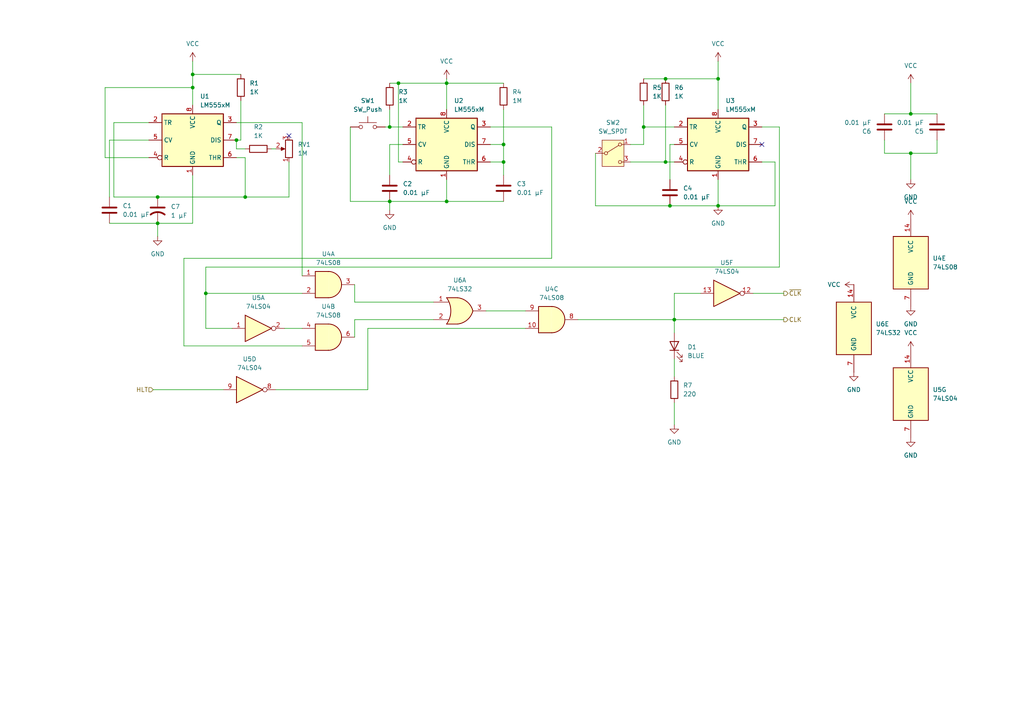
<source format=kicad_sch>
(kicad_sch (version 20250114) (generator "eeschema") (generator_version "9.0")
  (paper "A4")
  (title_block (title "8 bit PC") (date "2025-10-14") (rev "1"))
  (lib_symbols
    (symbol "74xx:74LS04"
      (property "Reference" "U" (at 0 1.27 0))
      (property "Value" "74LS04" (at 0 -1.27 0))
      (symbol "74LS04_1_0"
        (polyline (pts (xy -3.81 3.81) (xy -3.81 -3.81) (xy 3.81 0) (xy -3.81 3.81)) (stroke (width 0.254)) (fill (type background)))
        (pin input line (at -7.62 0 0) (length 3.81) (name "~") (number "1"))
        (pin output inverted (at 7.62 0 180) (length 3.81) (name "~") (number "2"))
      )
      (symbol "74LS04_2_0"
        (polyline (pts (xy -3.81 3.81) (xy -3.81 -3.81) (xy 3.81 0) (xy -3.81 3.81)) (stroke (width 0.254)) (fill (type background)))
        (pin input line (at -7.62 0 0) (length 3.81) (name "~") (number "3"))
        (pin output inverted (at 7.62 0 180) (length 3.81) (name "~") (number "4"))
      )
      (symbol "74LS04_3_0"
        (polyline (pts (xy -3.81 3.81) (xy -3.81 -3.81) (xy 3.81 0) (xy -3.81 3.81)) (stroke (width 0.254)) (fill (type background)))
        (pin input line (at -7.62 0 0) (length 3.81) (name "~") (number "5"))
        (pin output inverted (at 7.62 0 180) (length 3.81) (name "~") (number "6"))
      )
      (symbol "74LS04_4_0"
        (polyline (pts (xy -3.81 3.81) (xy -3.81 -3.81) (xy 3.81 0) (xy -3.81 3.81)) (stroke (width 0.254)) (fill (type background)))
        (pin input line (at -7.62 0 0) (length 3.81) (name "~") (number "9"))
        (pin output inverted (at 7.62 0 180) (length 3.81) (name "~") (number "8"))
      )
      (symbol "74LS04_5_0"
        (polyline (pts (xy -3.81 3.81) (xy -3.81 -3.81) (xy 3.81 0) (xy -3.81 3.81)) (stroke (width 0.254)) (fill (type background)))
        (pin input line (at -7.62 0 0) (length 3.81) (name "~") (number "11"))
        (pin output inverted (at 7.62 0 180) (length 3.81) (name "~") (number "10"))
      )
      (symbol "74LS04_6_0"
        (polyline (pts (xy -3.81 3.81) (xy -3.81 -3.81) (xy 3.81 0) (xy -3.81 3.81)) (stroke (width 0.254)) (fill (type background)))
        (pin input line (at -7.62 0 0) (length 3.81) (name "~") (number "13"))
        (pin output inverted (at 7.62 0 180) (length 3.81) (name "~") (number "12"))
      )
      (symbol "74LS04_7_0"
        (pin power_in line (at 0 12.7 270) (length 5.08) (name "VCC") (number "14"))
        (pin power_in line (at 0 -12.7 90) (length 5.08) (name "GND") (number "7"))
      )
      (symbol "74LS04_7_1"
        (rectangle (start -5.08 7.62) (end 5.08 -7.62) (stroke (width 0.254)) (fill (type background)))
      )
    )
    (symbol "74xx:74LS08" (pin_names (offset 1.016))
      (property "Reference" "U" (at 0 1.27 0))
      (property "Value" "74LS08" (at 0 -1.27 0))
      (symbol "74LS08_1_1"
        (arc (start 0 3.81) (mid 3.7934 0) (end 0 -3.81) (stroke (width 0.254)) (fill (type background)))
        (polyline (pts (xy 0 3.81) (xy -3.81 3.81) (xy -3.81 -3.81) (xy 0 -3.81)) (stroke (width 0.254)) (fill (type background)))
        (pin input line (at -7.62 2.54 0) (length 3.81) (name "~") (number "1"))
        (pin input line (at -7.62 -2.54 0) (length 3.81) (name "~") (number "2"))
        (pin output line (at 7.62 0 180) (length 3.81) (name "~") (number "3"))
      )
      (symbol "74LS08_1_2"
        (arc (start -3.81 3.81) (mid -2.589 0) (end -3.81 -3.81) (stroke (width 0.254)))
        (polyline (pts (xy -3.81 3.81) (xy -0.635 3.81)) (stroke (width 0.254)) (fill (type background)))
        (polyline (pts (xy -3.81 -3.81) (xy -0.635 -3.81)) (stroke (width 0.254)) (fill (type background)))
        (arc (start 3.81 0) (mid 2.1855 -2.584) (end -0.6096 -3.81) (stroke (width 0.254)) (fill (type background)))
        (arc (start -0.6096 3.81) (mid 2.1928 2.5924) (end 3.81 0) (stroke (width 0.254)) (fill (type background)))
        (polyline (pts (xy -0.635 3.81) (xy -3.81 3.81) (xy -3.81 3.81) (xy -3.556 3.4036) (xy -3.0226 2.2606) (xy -2.6924 1.0414) (xy -2.6162 -0.254) (xy -2.7686 -1.4986) (xy -3.175 -2.7178) (xy -3.81 -3.81) (xy -3.81 -3.81) (xy -0.635 -3.81)) (stroke (width -25.4)) (fill (type background)))
        (pin input inverted (at -7.62 2.54 0) (length 4.318) (name "~") (number "1"))
        (pin input inverted (at -7.62 -2.54 0) (length 4.318) (name "~") (number "2"))
        (pin output inverted (at 7.62 0 180) (length 3.81) (name "~") (number "3"))
      )
      (symbol "74LS08_2_1"
        (arc (start 0 3.81) (mid 3.7934 0) (end 0 -3.81) (stroke (width 0.254)) (fill (type background)))
        (polyline (pts (xy 0 3.81) (xy -3.81 3.81) (xy -3.81 -3.81) (xy 0 -3.81)) (stroke (width 0.254)) (fill (type background)))
        (pin input line (at -7.62 2.54 0) (length 3.81) (name "~") (number "4"))
        (pin input line (at -7.62 -2.54 0) (length 3.81) (name "~") (number "5"))
        (pin output line (at 7.62 0 180) (length 3.81) (name "~") (number "6"))
      )
      (symbol "74LS08_2_2"
        (arc (start -3.81 3.81) (mid -2.589 0) (end -3.81 -3.81) (stroke (width 0.254)))
        (polyline (pts (xy -3.81 3.81) (xy -0.635 3.81)) (stroke (width 0.254)) (fill (type background)))
        (polyline (pts (xy -3.81 -3.81) (xy -0.635 -3.81)) (stroke (width 0.254)) (fill (type background)))
        (arc (start 3.81 0) (mid 2.1855 -2.584) (end -0.6096 -3.81) (stroke (width 0.254)) (fill (type background)))
        (arc (start -0.6096 3.81) (mid 2.1928 2.5924) (end 3.81 0) (stroke (width 0.254)) (fill (type background)))
        (polyline (pts (xy -0.635 3.81) (xy -3.81 3.81) (xy -3.81 3.81) (xy -3.556 3.4036) (xy -3.0226 2.2606) (xy -2.6924 1.0414) (xy -2.6162 -0.254) (xy -2.7686 -1.4986) (xy -3.175 -2.7178) (xy -3.81 -3.81) (xy -3.81 -3.81) (xy -0.635 -3.81)) (stroke (width -25.4)) (fill (type background)))
        (pin input inverted (at -7.62 2.54 0) (length 4.318) (name "~") (number "4"))
        (pin input inverted (at -7.62 -2.54 0) (length 4.318) (name "~") (number "5"))
        (pin output inverted (at 7.62 0 180) (length 3.81) (name "~") (number "6"))
      )
      (symbol "74LS08_3_1"
        (arc (start 0 3.81) (mid 3.7934 0) (end 0 -3.81) (stroke (width 0.254)) (fill (type background)))
        (polyline (pts (xy 0 3.81) (xy -3.81 3.81) (xy -3.81 -3.81) (xy 0 -3.81)) (stroke (width 0.254)) (fill (type background)))
        (pin input line (at -7.62 2.54 0) (length 3.81) (name "~") (number "9"))
        (pin input line (at -7.62 -2.54 0) (length 3.81) (name "~") (number "10"))
        (pin output line (at 7.62 0 180) (length 3.81) (name "~") (number "8"))
      )
      (symbol "74LS08_3_2"
        (arc (start -3.81 3.81) (mid -2.589 0) (end -3.81 -3.81) (stroke (width 0.254)))
        (polyline (pts (xy -3.81 3.81) (xy -0.635 3.81)) (stroke (width 0.254)) (fill (type background)))
        (polyline (pts (xy -3.81 -3.81) (xy -0.635 -3.81)) (stroke (width 0.254)) (fill (type background)))
        (arc (start 3.81 0) (mid 2.1855 -2.584) (end -0.6096 -3.81) (stroke (width 0.254)) (fill (type background)))
        (arc (start -0.6096 3.81) (mid 2.1928 2.5924) (end 3.81 0) (stroke (width 0.254)) (fill (type background)))
        (polyline (pts (xy -0.635 3.81) (xy -3.81 3.81) (xy -3.81 3.81) (xy -3.556 3.4036) (xy -3.0226 2.2606) (xy -2.6924 1.0414) (xy -2.6162 -0.254) (xy -2.7686 -1.4986) (xy -3.175 -2.7178) (xy -3.81 -3.81) (xy -3.81 -3.81) (xy -0.635 -3.81)) (stroke (width -25.4)) (fill (type background)))
        (pin input inverted (at -7.62 2.54 0) (length 4.318) (name "~") (number "9"))
        (pin input inverted (at -7.62 -2.54 0) (length 4.318) (name "~") (number "10"))
        (pin output inverted (at 7.62 0 180) (length 3.81) (name "~") (number "8"))
      )
      (symbol "74LS08_4_1"
        (arc (start 0 3.81) (mid 3.7934 0) (end 0 -3.81) (stroke (width 0.254)) (fill (type background)))
        (polyline (pts (xy 0 3.81) (xy -3.81 3.81) (xy -3.81 -3.81) (xy 0 -3.81)) (stroke (width 0.254)) (fill (type background)))
        (pin input line (at -7.62 2.54 0) (length 3.81) (name "~") (number "12"))
        (pin input line (at -7.62 -2.54 0) (length 3.81) (name "~") (number "13"))
        (pin output line (at 7.62 0 180) (length 3.81) (name "~") (number "11"))
      )
      (symbol "74LS08_4_2"
        (arc (start -3.81 3.81) (mid -2.589 0) (end -3.81 -3.81) (stroke (width 0.254)))
        (polyline (pts (xy -3.81 3.81) (xy -0.635 3.81)) (stroke (width 0.254)) (fill (type background)))
        (polyline (pts (xy -3.81 -3.81) (xy -0.635 -3.81)) (stroke (width 0.254)) (fill (type background)))
        (arc (start 3.81 0) (mid 2.1855 -2.584) (end -0.6096 -3.81) (stroke (width 0.254)) (fill (type background)))
        (arc (start -0.6096 3.81) (mid 2.1928 2.5924) (end 3.81 0) (stroke (width 0.254)) (fill (type background)))
        (polyline (pts (xy -0.635 3.81) (xy -3.81 3.81) (xy -3.81 3.81) (xy -3.556 3.4036) (xy -3.0226 2.2606) (xy -2.6924 1.0414) (xy -2.6162 -0.254) (xy -2.7686 -1.4986) (xy -3.175 -2.7178) (xy -3.81 -3.81) (xy -3.81 -3.81) (xy -0.635 -3.81)) (stroke (width -25.4)) (fill (type background)))
        (pin input inverted (at -7.62 2.54 0) (length 4.318) (name "~") (number "12"))
        (pin input inverted (at -7.62 -2.54 0) (length 4.318) (name "~") (number "13"))
        (pin output inverted (at 7.62 0 180) (length 3.81) (name "~") (number "11"))
      )
      (symbol "74LS08_5_0"
        (pin power_in line (at 0 12.7 270) (length 5.08) (name "VCC") (number "14"))
        (pin power_in line (at 0 -12.7 90) (length 5.08) (name "GND") (number "7"))
      )
      (symbol "74LS08_5_1"
        (rectangle (start -5.08 7.62) (end 5.08 -7.62) (stroke (width 0.254)) (fill (type background)))
      )
    )
    (symbol "74xx:74LS32" (pin_names (offset 1.016))
      (property "Reference" "U" (at 0 1.27 0))
      (property "Value" "74LS32" (at 0 -1.27 0))
      (symbol "74LS32_1_1"
        (arc (start -3.81 3.81) (mid -2.589 0) (end -3.81 -3.81) (stroke (width 0.254)))
        (polyline (pts (xy -3.81 3.81) (xy -0.635 3.81)) (stroke (width 0.254)) (fill (type background)))
        (polyline (pts (xy -3.81 -3.81) (xy -0.635 -3.81)) (stroke (width 0.254)) (fill (type background)))
        (arc (start 3.81 0) (mid 2.1855 -2.584) (end -0.6096 -3.81) (stroke (width 0.254)) (fill (type background)))
        (arc (start -0.6096 3.81) (mid 2.1928 2.5924) (end 3.81 0) (stroke (width 0.254)) (fill (type background)))
        (polyline (pts (xy -0.635 3.81) (xy -3.81 3.81) (xy -3.81 3.81) (xy -3.556 3.4036) (xy -3.0226 2.2606) (xy -2.6924 1.0414) (xy -2.6162 -0.254) (xy -2.7686 -1.4986) (xy -3.175 -2.7178) (xy -3.81 -3.81) (xy -3.81 -3.81) (xy -0.635 -3.81)) (stroke (width -25.4)) (fill (type background)))
        (pin input line (at -7.62 2.54 0) (length 4.318) (name "~") (number "1"))
        (pin input line (at -7.62 -2.54 0) (length 4.318) (name "~") (number "2"))
        (pin output line (at 7.62 0 180) (length 3.81) (name "~") (number "3"))
      )
      (symbol "74LS32_1_2"
        (arc (start 0 3.81) (mid 3.7934 0) (end 0 -3.81) (stroke (width 0.254)) (fill (type background)))
        (polyline (pts (xy 0 3.81) (xy -3.81 3.81) (xy -3.81 -3.81) (xy 0 -3.81)) (stroke (width 0.254)) (fill (type background)))
        (pin input inverted (at -7.62 2.54 0) (length 3.81) (name "~") (number "1"))
        (pin input inverted (at -7.62 -2.54 0) (length 3.81) (name "~") (number "2"))
        (pin output inverted (at 7.62 0 180) (length 3.81) (name "~") (number "3"))
      )
      (symbol "74LS32_2_1"
        (arc (start -3.81 3.81) (mid -2.589 0) (end -3.81 -3.81) (stroke (width 0.254)))
        (polyline (pts (xy -3.81 3.81) (xy -0.635 3.81)) (stroke (width 0.254)) (fill (type background)))
        (polyline (pts (xy -3.81 -3.81) (xy -0.635 -3.81)) (stroke (width 0.254)) (fill (type background)))
        (arc (start 3.81 0) (mid 2.1855 -2.584) (end -0.6096 -3.81) (stroke (width 0.254)) (fill (type background)))
        (arc (start -0.6096 3.81) (mid 2.1928 2.5924) (end 3.81 0) (stroke (width 0.254)) (fill (type background)))
        (polyline (pts (xy -0.635 3.81) (xy -3.81 3.81) (xy -3.81 3.81) (xy -3.556 3.4036) (xy -3.0226 2.2606) (xy -2.6924 1.0414) (xy -2.6162 -0.254) (xy -2.7686 -1.4986) (xy -3.175 -2.7178) (xy -3.81 -3.81) (xy -3.81 -3.81) (xy -0.635 -3.81)) (stroke (width -25.4)) (fill (type background)))
        (pin input line (at -7.62 2.54 0) (length 4.318) (name "~") (number "4"))
        (pin input line (at -7.62 -2.54 0) (length 4.318) (name "~") (number "5"))
        (pin output line (at 7.62 0 180) (length 3.81) (name "~") (number "6"))
      )
      (symbol "74LS32_2_2"
        (arc (start 0 3.81) (mid 3.7934 0) (end 0 -3.81) (stroke (width 0.254)) (fill (type background)))
        (polyline (pts (xy 0 3.81) (xy -3.81 3.81) (xy -3.81 -3.81) (xy 0 -3.81)) (stroke (width 0.254)) (fill (type background)))
        (pin input inverted (at -7.62 2.54 0) (length 3.81) (name "~") (number "4"))
        (pin input inverted (at -7.62 -2.54 0) (length 3.81) (name "~") (number "5"))
        (pin output inverted (at 7.62 0 180) (length 3.81) (name "~") (number "6"))
      )
      (symbol "74LS32_3_1"
        (arc (start -3.81 3.81) (mid -2.589 0) (end -3.81 -3.81) (stroke (width 0.254)))
        (polyline (pts (xy -3.81 3.81) (xy -0.635 3.81)) (stroke (width 0.254)) (fill (type background)))
        (polyline (pts (xy -3.81 -3.81) (xy -0.635 -3.81)) (stroke (width 0.254)) (fill (type background)))
        (arc (start 3.81 0) (mid 2.1855 -2.584) (end -0.6096 -3.81) (stroke (width 0.254)) (fill (type background)))
        (arc (start -0.6096 3.81) (mid 2.1928 2.5924) (end 3.81 0) (stroke (width 0.254)) (fill (type background)))
        (polyline (pts (xy -0.635 3.81) (xy -3.81 3.81) (xy -3.81 3.81) (xy -3.556 3.4036) (xy -3.0226 2.2606) (xy -2.6924 1.0414) (xy -2.6162 -0.254) (xy -2.7686 -1.4986) (xy -3.175 -2.7178) (xy -3.81 -3.81) (xy -3.81 -3.81) (xy -0.635 -3.81)) (stroke (width -25.4)) (fill (type background)))
        (pin input line (at -7.62 2.54 0) (length 4.318) (name "~") (number "9"))
        (pin input line (at -7.62 -2.54 0) (length 4.318) (name "~") (number "10"))
        (pin output line (at 7.62 0 180) (length 3.81) (name "~") (number "8"))
      )
      (symbol "74LS32_3_2"
        (arc (start 0 3.81) (mid 3.7934 0) (end 0 -3.81) (stroke (width 0.254)) (fill (type background)))
        (polyline (pts (xy 0 3.81) (xy -3.81 3.81) (xy -3.81 -3.81) (xy 0 -3.81)) (stroke (width 0.254)) (fill (type background)))
        (pin input inverted (at -7.62 2.54 0) (length 3.81) (name "~") (number "9"))
        (pin input inverted (at -7.62 -2.54 0) (length 3.81) (name "~") (number "10"))
        (pin output inverted (at 7.62 0 180) (length 3.81) (name "~") (number "8"))
      )
      (symbol "74LS32_4_1"
        (arc (start -3.81 3.81) (mid -2.589 0) (end -3.81 -3.81) (stroke (width 0.254)))
        (polyline (pts (xy -3.81 3.81) (xy -0.635 3.81)) (stroke (width 0.254)) (fill (type background)))
        (polyline (pts (xy -3.81 -3.81) (xy -0.635 -3.81)) (stroke (width 0.254)) (fill (type background)))
        (arc (start 3.81 0) (mid 2.1855 -2.584) (end -0.6096 -3.81) (stroke (width 0.254)) (fill (type background)))
        (arc (start -0.6096 3.81) (mid 2.1928 2.5924) (end 3.81 0) (stroke (width 0.254)) (fill (type background)))
        (polyline (pts (xy -0.635 3.81) (xy -3.81 3.81) (xy -3.81 3.81) (xy -3.556 3.4036) (xy -3.0226 2.2606) (xy -2.6924 1.0414) (xy -2.6162 -0.254) (xy -2.7686 -1.4986) (xy -3.175 -2.7178) (xy -3.81 -3.81) (xy -3.81 -3.81) (xy -0.635 -3.81)) (stroke (width -25.4)) (fill (type background)))
        (pin input line (at -7.62 2.54 0) (length 4.318) (name "~") (number "12"))
        (pin input line (at -7.62 -2.54 0) (length 4.318) (name "~") (number "13"))
        (pin output line (at 7.62 0 180) (length 3.81) (name "~") (number "11"))
      )
      (symbol "74LS32_4_2"
        (arc (start 0 3.81) (mid 3.7934 0) (end 0 -3.81) (stroke (width 0.254)) (fill (type background)))
        (polyline (pts (xy 0 3.81) (xy -3.81 3.81) (xy -3.81 -3.81) (xy 0 -3.81)) (stroke (width 0.254)) (fill (type background)))
        (pin input inverted (at -7.62 2.54 0) (length 3.81) (name "~") (number "12"))
        (pin input inverted (at -7.62 -2.54 0) (length 3.81) (name "~") (number "13"))
        (pin output inverted (at 7.62 0 180) (length 3.81) (name "~") (number "11"))
      )
      (symbol "74LS32_5_0"
        (pin power_in line (at 0 12.7 270) (length 5.08) (name "VCC") (number "14"))
        (pin power_in line (at 0 -12.7 90) (length 5.08) (name "GND") (number "7"))
      )
      (symbol "74LS32_5_1"
        (rectangle (start -5.08 7.62) (end 5.08 -7.62) (stroke (width 0.254)) (fill (type background)))
      )
    )
    (symbol "Device:C" (pin_numbers (hide yes)) (pin_names (offset 0.254))
      (property "Reference" "C" (at 0.635 2.54 0))
      (property "Value" "C" (at 0.635 -2.54 0))
      (symbol "C_0_1"
        (polyline (pts (xy -2.032 0.762) (xy 2.032 0.762)) (stroke (width 0.508)))
        (polyline (pts (xy -2.032 -0.762) (xy 2.032 -0.762)) (stroke (width 0.508)))
      )
      (symbol "C_1_1"
        (pin passive line (at 0 3.81 270) (length 2.794) (name "~") (number "1"))
        (pin passive line (at 0 -3.81 90) (length 2.794) (name "~") (number "2"))
      )
    )
    (symbol "Device:C_US" (pin_numbers (hide yes)) (pin_names (offset 0.254) (hide yes))
      (property "Reference" "C" (at 0.635 2.54 0))
      (property "Value" "C_US" (at 0.635 -2.54 0))
      (symbol "C_US_0_1"
        (polyline (pts (xy -2.032 0.762) (xy 2.032 0.762)) (stroke (width 0.508)))
        (arc (start -2.032 -1.27) (mid 0 -0.5572) (end 2.032 -1.27) (stroke (width 0.508)))
      )
      (symbol "C_US_1_1"
        (pin passive line (at 0 3.81 270) (length 2.794) (name "~") (number "1"))
        (pin passive line (at 0 -3.81 90) (length 3.302) (name "~") (number "2"))
      )
    )
    (symbol "Device:LED" (pin_numbers (hide yes)) (pin_names (offset 1.016) (hide yes))
      (property "Reference" "D" (at 0 2.54 0))
      (property "Value" "LED" (at 0 -2.54 0))
      (symbol "LED_0_1"
        (polyline (pts (xy -3.048 -0.762) (xy -4.572 -2.286) (xy -3.81 -2.286) (xy -4.572 -2.286) (xy -4.572 -1.524)))
        (polyline (pts (xy -1.778 -0.762) (xy -3.302 -2.286) (xy -2.54 -2.286) (xy -3.302 -2.286) (xy -3.302 -1.524)))
        (polyline (pts (xy -1.27 0) (xy 1.27 0)))
        (polyline (pts (xy -1.27 -1.27) (xy -1.27 1.27)) (stroke (width 0.254)))
        (polyline (pts (xy 1.27 -1.27) (xy 1.27 1.27) (xy -1.27 0) (xy 1.27 -1.27)) (stroke (width 0.254)))
      )
      (symbol "LED_1_1"
        (pin passive line (at -3.81 0 0) (length 2.54) (name "K") (number "1"))
        (pin passive line (at 3.81 0 180) (length 2.54) (name "A") (number "2"))
      )
    )
    (symbol "Device:R" (pin_numbers (hide yes)) (pin_names (offset 0))
      (property "Reference" "R" (at 2.032 0 90))
      (property "Value" "R" (at 0 0 90))
      (symbol "R_0_1"
        (rectangle (start -1.016 -2.54) (end 1.016 2.54) (stroke (width 0.254)))
      )
      (symbol "R_1_1"
        (pin passive line (at 0 3.81 270) (length 1.27) (name "~") (number "1"))
        (pin passive line (at 0 -3.81 90) (length 1.27) (name "~") (number "2"))
      )
    )
    (symbol "Device:R_Potentiometer" (pin_names (offset 1.016) (hide yes))
      (property "Reference" "RV" (at -4.445 0 90))
      (property "Value" "R_Potentiometer" (at -2.54 0 90))
      (symbol "R_Potentiometer_0_1"
        (rectangle (start 1.016 2.54) (end -1.016 -2.54) (stroke (width 0.254)))
        (polyline (pts (xy 1.143 0) (xy 2.286 0.508) (xy 2.286 -0.508) (xy 1.143 0)) (fill (type outline)))
        (polyline (pts (xy 2.54 0) (xy 1.524 0)))
      )
      (symbol "R_Potentiometer_1_1"
        (pin passive line (at 0 3.81 270) (length 1.27) (name "1") (number "1"))
        (pin passive line (at 0 -3.81 90) (length 1.27) (name "3") (number "3"))
        (pin passive line (at 3.81 0 180) (length 1.27) (name "2") (number "2"))
      )
    )
    (symbol "Switch:SW_Push" (pin_numbers (hide yes)) (pin_names (offset 1.016) (hide yes))
      (property "Reference" "SW" (at 1.27 2.54 0))
      (property "Value" "SW_Push" (at 0 -1.524 0))
      (symbol "SW_Push_0_1"
        (circle (center -2.032 0) (radius 0.508))
        (polyline (pts (xy 0 1.27) (xy 0 3.048)))
        (circle (center 2.032 0) (radius 0.508))
        (polyline (pts (xy 2.54 1.27) (xy -2.54 1.27)))
        (pin passive line (at -5.08 0 0) (length 2.54) (name "1") (number "1"))
        (pin passive line (at 5.08 0 180) (length 2.54) (name "2") (number "2"))
      )
    )
    (symbol "Switch:SW_SPDT" (pin_names (offset 0) (hide yes))
      (property "Reference" "SW" (at 0 5.08 0))
      (property "Value" "SW_SPDT" (at 0 -5.08 0))
      (symbol "SW_SPDT_0_1"
        (circle (center -2.032 0) (radius 0.4572))
        (polyline (pts (xy -1.651 0.254) (xy 1.651 2.286)))
        (circle (center 2.032 2.54) (radius 0.4572))
        (circle (center 2.032 -2.54) (radius 0.4572))
      )
      (symbol "SW_SPDT_1_1"
        (rectangle (start -3.175 3.81) (end 3.175 -3.81) (fill (type background)))
        (pin passive line (at -5.08 0 0) (length 2.54) (name "B") (number "2"))
        (pin passive line (at 5.08 2.54 180) (length 2.54) (name "A") (number "1"))
        (pin passive line (at 5.08 -2.54 180) (length 2.54) (name "C") (number "3"))
      )
    )
    (symbol "Timer:LM555xM"
      (property "Reference" "U" (at -10.16 8.89 0))
      (property "Value" "LM555xM" (at 2.54 8.89 0))
      (symbol "LM555xM_0_0"
        (pin power_in line (at 0 10.16 270) (length 2.54) (name "VCC") (number "8"))
        (pin power_in line (at 0 -10.16 90) (length 2.54) (name "GND") (number "1"))
      )
      (symbol "LM555xM_0_1"
        (rectangle (start -8.89 -7.62) (end 8.89 7.62) (stroke (width 0.254)) (fill (type background)))
        (rectangle (start -8.89 -7.62) (end 8.89 7.62) (stroke (width 0.254)) (fill (type background)))
      )
      (symbol "LM555xM_1_1"
        (pin input line (at -12.7 5.08 0) (length 3.81) (name "TR") (number "2"))
        (pin input line (at -12.7 0 0) (length 3.81) (name "CV") (number "5"))
        (pin input inverted (at -12.7 -5.08 0) (length 3.81) (name "R") (number "4"))
        (pin output line (at 12.7 5.08 180) (length 3.81) (name "Q") (number "3"))
        (pin input line (at 12.7 0 180) (length 3.81) (name "DIS") (number "7"))
        (pin input line (at 12.7 -5.08 180) (length 3.81) (name "THR") (number "6"))
      )
    )
    (symbol "power:GND" (power) (pin_numbers (hide yes)) (pin_names (offset 0) (hide yes))
      (property "Value" "GND" (at 0 -3.81 0))
      (symbol "GND_0_1"
        (polyline (pts (xy 0 0) (xy 0 -1.27) (xy 1.27 -1.27) (xy 0 -2.54) (xy -1.27 -1.27) (xy 0 -1.27)))
      )
      (symbol "GND_1_1"
        (pin power_in line (at 0 0 270) (length 0) (name "~") (number "1"))
      )
    )
    (symbol "power:VCC" (power) (pin_numbers (hide yes)) (pin_names (offset 0) (hide yes))
      (property "Value" "VCC" (at 0 3.556 0))
      (symbol "VCC_0_1"
        (polyline (pts (xy -0.762 1.27) (xy 0 2.54)))
        (polyline (pts (xy 0 2.54) (xy 0.762 1.27)))
        (polyline (pts (xy 0 0) (xy 0 2.54)))
      )
      (symbol "VCC_1_1"
        (pin power_in line (at 0 0 90) (length 0) (name "~") (number "1"))
      )
    )
  )
  (junction (at 264.16 33.02))
  (junction (at 129.54 58.42))
  (junction (at 146.05 46.99))
  (junction (at 208.28 59.69))
  (junction (at 129.54 24.13))
  (junction (at 264.16 44.45))
  (junction (at 193.04 22.86))
  (junction (at 68.58 40.64))
  (junction (at 208.28 22.86))
  (junction (at 71.12 57.15))
  (junction (at 115.57 24.13))
  (junction (at 193.04 46.99))
  (junction (at 195.58 92.71))
  (junction (at 113.03 36.83))
  (junction (at 146.05 41.91))
  (junction (at 186.69 36.83))
  (junction (at 55.88 25.4))
  (junction (at 194.31 59.69))
  (junction (at 55.88 21.59))
  (junction (at 59.69 85.09))
  (junction (at 113.03 58.42))
  (junction (at 45.72 57.15))
  (junction (at 45.72 64.77))
  (no_connect (at 83.82 39.37))
  (no_connect (at 220.98 41.91))
  (wire (pts (xy 186.69 36.83) (xy 186.69 41.91)))
  (wire (pts (xy 101.6 58.42) (xy 113.03 58.42)))
  (wire (pts (xy 208.28 22.86) (xy 208.28 31.75)))
  (wire (pts (xy 142.24 41.91) (xy 146.05 41.91)))
  (wire (pts (xy 182.88 46.99) (xy 193.04 46.99)))
  (wire (pts (xy 142.24 46.99) (xy 146.05 46.99)))
  (wire (pts (xy 194.31 41.91) (xy 195.58 41.91)))
  (wire (pts (xy 45.72 57.15) (xy 71.12 57.15)))
  (wire (pts (xy 111.76 36.83) (xy 113.03 36.83)))
  (wire (pts (xy 116.84 46.99) (xy 115.57 46.99)))
  (wire (pts (xy 226.06 36.83) (xy 226.06 77.47)))
  (wire (pts (xy 195.58 116.84) (xy 195.58 123.19)))
  (wire (pts (xy 195.58 85.09) (xy 195.58 92.71)))
  (wire (pts (xy 264.16 33.02) (xy 271.78 33.02)))
  (wire (pts (xy 44.45 113.03) (xy 64.77 113.03)))
  (wire (pts (xy 102.87 97.79) (xy 102.87 92.71)))
  (wire (pts (xy 43.18 40.64) (xy 31.75 40.64)))
  (wire (pts (xy 55.88 21.59) (xy 69.85 21.59)))
  (wire (pts (xy 193.04 46.99) (xy 195.58 46.99)))
  (wire (pts (xy 271.78 44.45) (xy 264.16 44.45)))
  (wire (pts (xy 55.88 25.4) (xy 55.88 30.48)))
  (wire (pts (xy 146.05 41.91) (xy 146.05 46.99)))
  (wire (pts (xy 195.58 104.14) (xy 195.58 109.22)))
  (wire (pts (xy 106.68 95.25) (xy 152.4 95.25)))
  (wire (pts (xy 87.63 35.56) (xy 68.58 35.56)))
  (wire (pts (xy 71.12 43.18) (xy 68.58 43.18)))
  (wire (pts (xy 115.57 46.99) (xy 115.57 24.13)))
  (wire (pts (xy 59.69 85.09) (xy 87.63 85.09)))
  (wire (pts (xy 78.74 43.18) (xy 80.01 43.18)))
  (wire (pts (xy 71.12 57.15) (xy 83.82 57.15)))
  (wire (pts (xy 218.44 85.09) (xy 227.33 85.09)))
  (wire (pts (xy 186.69 30.48) (xy 186.69 36.83)))
  (wire (pts (xy 43.18 45.72) (xy 30.48 45.72)))
  (wire (pts (xy 59.69 77.47) (xy 59.69 85.09)))
  (wire (pts (xy 224.79 46.99) (xy 224.79 59.69)))
  (wire (pts (xy 69.85 29.21) (xy 69.85 40.64)))
  (wire (pts (xy 129.54 24.13) (xy 129.54 31.75)))
  (wire (pts (xy 115.57 24.13) (xy 129.54 24.13)))
  (wire (pts (xy 67.31 95.25) (xy 59.69 95.25)))
  (wire (pts (xy 193.04 22.86) (xy 208.28 22.86)))
  (wire (pts (xy 129.54 58.42) (xy 113.03 58.42)))
  (wire (pts (xy 30.48 25.4) (xy 55.88 25.4)))
  (wire (pts (xy 146.05 31.75) (xy 146.05 41.91)))
  (wire (pts (xy 195.58 92.71) (xy 195.58 96.52)))
  (wire (pts (xy 264.16 44.45) (xy 264.16 52.07)))
  (wire (pts (xy 256.54 33.02) (xy 264.16 33.02)))
  (wire (pts (xy 33.02 35.56) (xy 33.02 57.15)))
  (wire (pts (xy 82.55 95.25) (xy 87.63 95.25)))
  (wire (pts (xy 140.97 90.17) (xy 152.4 90.17)))
  (wire (pts (xy 55.88 64.77) (xy 55.88 50.8)))
  (wire (pts (xy 113.03 24.13) (xy 115.57 24.13)))
  (wire (pts (xy 226.06 77.47) (xy 59.69 77.47)))
  (wire (pts (xy 30.48 45.72) (xy 30.48 25.4)))
  (wire (pts (xy 146.05 46.99) (xy 146.05 50.8)))
  (wire (pts (xy 172.72 44.45) (xy 172.72 59.69)))
  (wire (pts (xy 113.03 41.91) (xy 113.03 50.8)))
  (wire (pts (xy 160.02 36.83) (xy 160.02 74.93)))
  (wire (pts (xy 33.02 57.15) (xy 45.72 57.15)))
  (wire (pts (xy 167.64 92.71) (xy 195.58 92.71)))
  (wire (pts (xy 271.78 40.64) (xy 271.78 44.45)))
  (wire (pts (xy 59.69 95.25) (xy 59.69 85.09)))
  (wire (pts (xy 87.63 80.01) (xy 87.63 35.56)))
  (wire (pts (xy 53.34 74.93) (xy 53.34 100.33)))
  (wire (pts (xy 106.68 113.03) (xy 106.68 95.25)))
  (wire (pts (xy 129.54 24.13) (xy 146.05 24.13)))
  (wire (pts (xy 31.75 40.64) (xy 31.75 57.15)))
  (wire (pts (xy 208.28 52.07) (xy 208.28 59.69)))
  (wire (pts (xy 68.58 45.72) (xy 71.12 45.72)))
  (wire (pts (xy 45.72 64.77) (xy 55.88 64.77)))
  (wire (pts (xy 146.05 58.42) (xy 129.54 58.42)))
  (wire (pts (xy 45.72 68.58) (xy 45.72 64.77)))
  (wire (pts (xy 193.04 30.48) (xy 193.04 46.99)))
  (wire (pts (xy 102.87 92.71) (xy 125.73 92.71)))
  (wire (pts (xy 224.79 59.69) (xy 208.28 59.69)))
  (wire (pts (xy 53.34 100.33) (xy 87.63 100.33)))
  (wire (pts (xy 186.69 22.86) (xy 193.04 22.86)))
  (wire (pts (xy 129.54 52.07) (xy 129.54 58.42)))
  (wire (pts (xy 208.28 17.78) (xy 208.28 22.86)))
  (wire (pts (xy 113.03 31.75) (xy 113.03 36.83)))
  (wire (pts (xy 129.54 22.86) (xy 129.54 24.13)))
  (wire (pts (xy 186.69 41.91) (xy 182.88 41.91)))
  (wire (pts (xy 102.87 87.63) (xy 125.73 87.63)))
  (wire (pts (xy 55.88 17.78) (xy 55.88 21.59)))
  (wire (pts (xy 194.31 59.69) (xy 208.28 59.69)))
  (wire (pts (xy 55.88 21.59) (xy 55.88 25.4)))
  (wire (pts (xy 31.75 64.77) (xy 45.72 64.77)))
  (wire (pts (xy 186.69 36.83) (xy 195.58 36.83)))
  (wire (pts (xy 194.31 41.91) (xy 194.31 52.07)))
  (wire (pts (xy 113.03 36.83) (xy 116.84 36.83)))
  (wire (pts (xy 264.16 33.02) (xy 264.16 24.13)))
  (wire (pts (xy 142.24 36.83) (xy 160.02 36.83)))
  (wire (pts (xy 256.54 44.45) (xy 264.16 44.45)))
  (wire (pts (xy 71.12 45.72) (xy 71.12 57.15)))
  (wire (pts (xy 101.6 36.83) (xy 101.6 58.42)))
  (wire (pts (xy 69.85 40.64) (xy 68.58 40.64)))
  (wire (pts (xy 203.2 85.09) (xy 195.58 85.09)))
  (wire (pts (xy 102.87 82.55) (xy 102.87 87.63)))
  (wire (pts (xy 116.84 41.91) (xy 113.03 41.91)))
  (wire (pts (xy 172.72 59.69) (xy 194.31 59.69)))
  (wire (pts (xy 256.54 40.64) (xy 256.54 44.45)))
  (wire (pts (xy 43.18 35.56) (xy 33.02 35.56)))
  (wire (pts (xy 68.58 43.18) (xy 68.58 40.64)))
  (wire (pts (xy 220.98 46.99) (xy 224.79 46.99)))
  (wire (pts (xy 80.01 113.03) (xy 106.68 113.03)))
  (wire (pts (xy 195.58 92.71) (xy 227.33 92.71)))
  (wire (pts (xy 83.82 57.15) (xy 83.82 46.99)))
  (wire (pts (xy 113.03 58.42) (xy 113.03 60.96)))
  (wire (pts (xy 220.98 36.83) (xy 226.06 36.83)))
  (wire (pts (xy 160.02 74.93) (xy 53.34 74.93)))
  (hierarchical_label "~{CLK}" (shape output) (at 227.33 85.09 0))
  (hierarchical_label "HLT" (shape input) (at 44.45 113.03 180))
  (hierarchical_label "CLK" (shape output) (at 227.33 92.71 0))
  (symbol (lib_id "74xx:74LS08") (at 264.16 76.2 0) (unit 5)
    (property "Reference" "U4" (at 270.51 74.9299 0) (effects (justify left)))
    (property "Value" "74LS08" (at 270.51 77.4699 0) (effects (justify left)))
    (property "Footprint" "Package_DIP:DIP-14_W7.62mm" (effects (hide yes)))
    (property "Datasheet" "http://www.ti.com/lit/gpn/sn74LS08" (effects (hide yes)))
    (property "Description" "Quad And2" (effects (hide yes)))
  )
  (symbol (lib_id "power:GND") (at 264.16 88.9 0) (unit 1)
    (property "Reference" "#PWR0116" (effects (hide yes)))
    (property "Value" "GND" (at 264.16 93.98 0))
    (property "Description" "Power symbol creates a global label with name \"GND\" , ground" (effects (hide yes)))
  )
  (symbol (lib_id "Device:C") (at 113.03 54.61 180) (unit 1)
    (property "Reference" "C2" (at 116.84 53.3399 0) (effects (justify right)))
    (property "Value" "0.01 µF" (at 116.84 55.8799 0) (effects (justify right)))
    (property "Footprint" "Capacitor_THT:C_Disc_D5.0mm_W2.5mm_P2.50mm" (effects (hide yes)))
    (property "Description" "Unpolarized capacitor" (effects (hide yes)))
  )
  (symbol (lib_id "Device:C") (at 194.31 55.88 180) (unit 1)
    (property "Reference" "C4" (at 198.12 54.6099 0) (effects (justify right)))
    (property "Value" "0.01 µF" (at 198.12 57.1499 0) (effects (justify right)))
    (property "Footprint" "Capacitor_THT:C_Disc_D5.0mm_W2.5mm_P2.50mm" (effects (hide yes)))
    (property "Description" "Unpolarized capacitor" (effects (hide yes)))
  )
  (symbol (lib_id "74xx:74LS08") (at 95.25 82.55 0) (unit 1)
    (property "Reference" "U4" (at 95.2417 73.66 0))
    (property "Value" "74LS08" (at 95.2417 76.2 0))
    (property "Footprint" "Package_DIP:DIP-14_W7.62mm" (effects (hide yes)))
    (property "Datasheet" "http://www.ti.com/lit/gpn/sn74LS08" (effects (hide yes)))
    (property "Description" "Quad And2" (effects (hide yes)))
  )
  (symbol (lib_id "power:VCC") (at 264.16 24.13 0) (unit 1)
    (property "Reference" "#PWR03" (effects (hide yes)))
    (property "Value" "VCC" (at 264.16 19.05 0))
    (property "Description" "Power symbol creates a global label with name \"VCC\"" (effects (hide yes)))
  )
  (symbol (lib_id "power:VCC") (at 129.54 22.86 0) (unit 1)
    (property "Reference" "#PWR04" (effects (hide yes)))
    (property "Value" "VCC" (at 129.54 17.78 0))
    (property "Description" "Power symbol creates a global label with name \"VCC\"" (effects (hide yes)))
  )
  (symbol (lib_id "Device:R") (at 193.04 26.67 0) (unit 1)
    (property "Reference" "R6" (at 195.58 25.3999 0) (effects (justify left)))
    (property "Value" "1K" (at 195.58 27.9399 0) (effects (justify left)))
    (property "Footprint" "Resistor_THT:R_Axial_DIN0207_L6.3mm_D2.5mm_P7.62mm_Horizontal" (effects (hide yes)))
    (property "Description" "Resistor" (effects (hide yes)))
  )
  (symbol (lib_id "power:GND") (at 264.16 127 0) (unit 1)
    (property "Reference" "#PWR0115" (effects (hide yes)))
    (property "Value" "GND" (at 264.16 132.08 0))
    (property "Description" "Power symbol creates a global label with name \"GND\" , ground" (effects (hide yes)))
  )
  (symbol (lib_id "power:VCC") (at 264.16 101.6 0) (unit 1)
    (property "Reference" "#PWR0118" (effects (hide yes)))
    (property "Value" "VCC" (at 264.16 96.52 0))
    (property "Description" "Power symbol creates a global label with name \"VCC\"" (effects (hide yes)))
  )
  (symbol (lib_id "Device:R") (at 186.69 26.67 0) (unit 1)
    (property "Reference" "R5" (at 189.23 25.3999 0) (effects (justify left)))
    (property "Value" "1K" (at 189.23 27.9399 0) (effects (justify left)))
    (property "Footprint" "Resistor_THT:R_Axial_DIN0207_L6.3mm_D2.5mm_P7.62mm_Horizontal" (effects (hide yes)))
    (property "Description" "Resistor" (effects (hide yes)))
  )
  (symbol (lib_id "Device:R_Potentiometer") (at 83.82 43.18 180) (unit 1)
    (property "Reference" "RV1" (at 86.36 41.9099 0) (effects (justify right)))
    (property "Value" "1M" (at 86.36 44.4499 0) (effects (justify right)))
    (property "Footprint" "Potentiometer_THT:Potentiometer_Alpha_RD901F-40-00D_Single_Vertical" (effects (hide yes)))
    (property "Description" "Potentiometer" (effects (hide yes)))
  )
  (symbol (lib_id "Switch:SW_SPDT") (at 177.8 44.45 0) (unit 1)
    (property "Reference" "SW2" (at 177.8 35.56 0))
    (property "Value" "SW_SPDT" (at 177.8 38.1 0))
    (property "Footprint" "Button_Switch_SMD:SW_SPDT_CK_JS102011SAQN" (effects (hide yes)))
    (property "Description" "Switch, single pole double throw" (effects (hide yes)))
  )
  (symbol (lib_id "Timer:LM555xM") (at 208.28 41.91 0) (unit 1)
    (property "Reference" "U3" (at 210.4233 29.21 0) (effects (justify left)))
    (property "Value" "LM555xM" (at 210.4233 31.75 0) (effects (justify left)))
    (property "Footprint" "Package_SO:SOIC-8_3.9x4.9mm_P1.27mm" (effects (hide yes)))
    (property "Datasheet" "http://www.ti.com/lit/ds/symlink/lm555.pdf" (effects (hide yes)))
    (property "Description" "Timer, 555 compatible, SOIC-8" (effects (hide yes)))
  )
  (symbol (lib_id "power:GND") (at 195.58 123.19 0) (unit 1)
    (property "Reference" "#PWR06" (effects (hide yes)))
    (property "Value" "GND" (at 195.58 128.27 0))
    (property "Description" "Power symbol creates a global label with name \"GND\" , ground" (effects (hide yes)))
  )
  (symbol (lib_id "Device:C_US") (at 45.72 60.96 0) (unit 1)
    (property "Reference" "C7" (at 49.53 59.9439 0) (effects (justify left)))
    (property "Value" "1 µF" (at 49.53 62.4839 0) (effects (justify left)))
    (property "Footprint" "Capacitor_THT:C_Radial_D5.0mm_H5.0mm_P2.00mm" (effects (hide yes)))
    (property "Description" "capacitor, US symbol" (effects (hide yes)))
  )
  (symbol (lib_id "74xx:74LS04") (at 210.82 85.09 0) (unit 6)
    (property "Reference" "U5" (at 210.82 76.2 0))
    (property "Value" "74LS04" (at 210.82 78.74 0))
    (property "Footprint" "Package_DIP:DIP-14_W7.62mm" (effects (hide yes)))
    (property "Datasheet" "http://www.ti.com/lit/gpn/sn74LS04" (effects (hide yes)))
    (property "Description" "Hex Inverter" (effects (hide yes)))
  )
  (symbol (lib_id "Timer:LM555xM") (at 55.88 40.64 0) (unit 1)
    (property "Reference" "U1" (at 58.0233 27.94 0) (effects (justify left)))
    (property "Value" "LM555xM" (at 58.0233 30.48 0) (effects (justify left)))
    (property "Footprint" "Package_SO:SOIC-8_3.9x4.9mm_P1.27mm" (effects (hide yes)))
    (property "Datasheet" "http://www.ti.com/lit/ds/symlink/lm555.pdf" (effects (hide yes)))
    (property "Description" "Timer, 555 compatible, SOIC-8" (effects (hide yes)))
  )
  (symbol (lib_id "power:VCC") (at 264.16 63.5 0) (unit 1)
    (property "Reference" "#PWR0117" (effects (hide yes)))
    (property "Value" "VCC" (at 264.16 58.42 0))
    (property "Description" "Power symbol creates a global label with name \"VCC\"" (effects (hide yes)))
  )
  (symbol (lib_id "power:VCC") (at 208.28 17.78 0) (unit 1)
    (property "Reference" "#PWR02" (effects (hide yes)))
    (property "Value" "VCC" (at 208.28 12.7 0))
    (property "Description" "Power symbol creates a global label with name \"VCC\"" (effects (hide yes)))
  )
  (symbol (lib_id "Timer:LM555xM") (at 129.54 41.91 0) (unit 1)
    (property "Reference" "U2" (at 131.6833 29.21 0) (effects (justify left)))
    (property "Value" "LM555xM" (at 131.6833 31.75 0) (effects (justify left)))
    (property "Footprint" "Package_SO:SOIC-8_3.9x4.9mm_P1.27mm" (effects (hide yes)))
    (property "Datasheet" "http://www.ti.com/lit/ds/symlink/lm555.pdf" (effects (hide yes)))
    (property "Description" "Timer, 555 compatible, SOIC-8" (effects (hide yes)))
  )
  (symbol (lib_id "power:VCC") (at 55.88 17.78 0) (unit 1)
    (property "Reference" "#PWR01" (effects (hide yes)))
    (property "Value" "VCC" (at 55.88 12.7 0))
    (property "Description" "Power symbol creates a global label with name \"VCC\"" (effects (hide yes)))
  )
  (symbol (lib_id "74xx:74LS08") (at 95.25 97.79 0) (unit 2)
    (property "Reference" "U4" (at 95.2417 88.9 0))
    (property "Value" "74LS08" (at 95.2417 91.44 0))
    (property "Footprint" "Package_DIP:DIP-14_W7.62mm" (effects (hide yes)))
    (property "Datasheet" "http://www.ti.com/lit/gpn/sn74LS08" (effects (hide yes)))
    (property "Description" "Quad And2" (effects (hide yes)))
  )
  (symbol (lib_id "Device:C") (at 146.05 54.61 180) (unit 1)
    (property "Reference" "C3" (at 149.86 53.3399 0) (effects (justify right)))
    (property "Value" "0.01 µF" (at 149.86 55.8799 0) (effects (justify right)))
    (property "Footprint" "Capacitor_THT:C_Disc_D5.0mm_W2.5mm_P2.50mm" (effects (hide yes)))
    (property "Description" "Unpolarized capacitor" (effects (hide yes)))
  )
  (symbol (lib_id "power:GND") (at 247.65 107.95 0) (unit 1)
    (property "Reference" "#PWR0114" (effects (hide yes)))
    (property "Value" "GND" (at 247.65 113.03 0))
    (property "Description" "Power symbol creates a global label with name \"GND\" , ground" (effects (hide yes)))
  )
  (symbol (lib_id "Device:R") (at 69.85 25.4 0) (unit 1)
    (property "Reference" "R1" (at 72.39 24.1299 0) (effects (justify left)))
    (property "Value" "1K" (at 72.39 26.6699 0) (effects (justify left)))
    (property "Footprint" "Resistor_THT:R_Axial_DIN0207_L6.3mm_D2.5mm_P7.62mm_Horizontal" (effects (hide yes)))
    (property "Description" "Resistor" (effects (hide yes)))
  )
  (symbol (lib_id "Device:R") (at 146.05 27.94 0) (unit 1)
    (property "Reference" "R4" (at 148.59 26.6699 0) (effects (justify left)))
    (property "Value" "1M" (at 148.59 29.2099 0) (effects (justify left)))
    (property "Footprint" "Resistor_THT:R_Axial_DIN0207_L6.3mm_D2.5mm_P7.62mm_Horizontal" (effects (hide yes)))
    (property "Description" "Resistor" (effects (hide yes)))
  )
  (symbol (lib_id "Device:LED") (at 195.58 100.33 90) (unit 1)
    (property "Reference" "D1" (at 199.39 100.6474 90) (effects (justify right)))
    (property "Value" "BLUE" (at 199.39 103.1874 90) (effects (justify right)))
    (property "Footprint" "LED_THT:LED_D3.0mm" (effects (hide yes)))
    (property "Description" "Light emitting diode" (effects (hide yes)))
    (property "Sim.Pins" "1=K 2=A" (effects (hide yes)))
  )
  (symbol (lib_id "74xx:74LS32") (at 133.35 90.17 0) (unit 1)
    (property "Reference" "U6" (at 133.35 81.28 0))
    (property "Value" "74LS32" (at 133.35 83.82 0))
    (property "Footprint" "footprints:N14" (effects (hide yes)))
    (property "Datasheet" "http://www.ti.com/lit/gpn/sn74LS32" (effects (hide yes)))
    (property "Description" "Quad 2-input OR" (effects (hide yes)))
  )
  (symbol (lib_id "Device:C") (at 256.54 36.83 180) (unit 1)
    (property "Reference" "C6" (at 252.73 38.1001 0) (effects (justify left)))
    (property "Value" "0.01 µF" (at 252.73 35.5601 0) (effects (justify left)))
    (property "Footprint" "Capacitor_THT:C_Disc_D5.0mm_W2.5mm_P2.50mm" (effects (hide yes)))
    (property "Description" "Unpolarized capacitor" (effects (hide yes)))
  )
  (symbol (lib_id "power:GND") (at 264.16 52.07 0) (unit 1)
    (property "Reference" "#PWR07" (effects (hide yes)))
    (property "Value" "GND" (at 264.16 57.15 0))
    (property "Description" "Power symbol creates a global label with name \"GND\" , ground" (effects (hide yes)))
  )
  (symbol (lib_id "74xx:74LS04") (at 264.16 114.3 0) (unit 7)
    (property "Reference" "U5" (at 270.51 113.0299 0) (effects (justify left)))
    (property "Value" "74LS04" (at 270.51 115.5699 0) (effects (justify left)))
    (property "Footprint" "Package_DIP:DIP-14_W7.62mm" (effects (hide yes)))
    (property "Datasheet" "http://www.ti.com/lit/gpn/sn74LS04" (effects (hide yes)))
    (property "Description" "Hex Inverter" (effects (hide yes)))
  )
  (symbol (lib_id "Device:R") (at 74.93 43.18 90) (unit 1)
    (property "Reference" "R2" (at 74.93 36.83 90))
    (property "Value" "1K" (at 74.93 39.37 90))
    (property "Footprint" "Resistor_THT:R_Axial_DIN0207_L6.3mm_D2.5mm_P7.62mm_Horizontal" (effects (hide yes)))
    (property "Description" "Resistor" (effects (hide yes)))
  )
  (symbol (lib_id "Device:R") (at 195.58 113.03 0) (unit 1)
    (property "Reference" "R7" (at 198.12 111.7599 0) (effects (justify left)))
    (property "Value" "220" (at 198.12 114.2999 0) (effects (justify left)))
    (property "Footprint" "Resistor_THT:R_Axial_DIN0207_L6.3mm_D2.5mm_P7.62mm_Horizontal" (effects (hide yes)))
    (property "Description" "Resistor" (effects (hide yes)))
  )
  (symbol (lib_id "74xx:74LS08") (at 160.02 92.71 0) (unit 3)
    (property "Reference" "U4" (at 160.0117 83.82 0))
    (property "Value" "74LS08" (at 160.0117 86.36 0))
    (property "Footprint" "Package_DIP:DIP-14_W7.62mm" (effects (hide yes)))
    (property "Datasheet" "http://www.ti.com/lit/gpn/sn74LS08" (effects (hide yes)))
    (property "Description" "Quad And2" (effects (hide yes)))
  )
  (symbol (lib_id "power:GND") (at 113.03 60.96 0) (unit 1)
    (property "Reference" "#PWR08" (effects (hide yes)))
    (property "Value" "GND" (at 113.03 66.04 0))
    (property "Description" "Power symbol creates a global label with name \"GND\" , ground" (effects (hide yes)))
  )
  (symbol (lib_id "74xx:74LS04") (at 74.93 95.25 0) (unit 1)
    (property "Reference" "U5" (at 74.93 86.36 0))
    (property "Value" "74LS04" (at 74.93 88.9 0))
    (property "Footprint" "Package_DIP:DIP-14_W7.62mm" (effects (hide yes)))
    (property "Datasheet" "http://www.ti.com/lit/gpn/sn74LS04" (effects (hide yes)))
    (property "Description" "Hex Inverter" (effects (hide yes)))
  )
  (symbol (lib_id "74xx:74LS32") (at 247.65 95.25 0) (unit 5)
    (property "Reference" "U6" (at 254 93.9799 0) (effects (justify left)))
    (property "Value" "74LS32" (at 254 96.5199 0) (effects (justify left)))
    (property "Footprint" "footprints:N14" (effects (hide yes)))
    (property "Datasheet" "http://www.ti.com/lit/gpn/sn74LS32" (effects (hide yes)))
    (property "Description" "Quad 2-input OR" (effects (hide yes)))
  )
  (symbol (lib_id "74xx:74LS04") (at 72.39 113.03 0) (unit 4)
    (property "Reference" "U5" (at 72.39 104.14 0))
    (property "Value" "74LS04" (at 72.39 106.68 0))
    (property "Footprint" "Package_DIP:DIP-14_W7.62mm" (effects (hide yes)))
    (property "Datasheet" "http://www.ti.com/lit/gpn/sn74LS04" (effects (hide yes)))
    (property "Description" "Hex Inverter" (effects (hide yes)))
  )
  (symbol (lib_id "Switch:SW_Push") (at 106.68 36.83 0) (unit 1)
    (property "Reference" "SW1" (at 106.68 29.21 0))
    (property "Value" "SW_Push" (at 106.68 31.75 0))
    (property "Footprint" "Button_Switch_THT:SW_PUSH_6mm" (effects (hide yes)))
    (property "Description" "Push button switch, generic, two pins" (effects (hide yes)))
  )
  (symbol (lib_id "Device:C") (at 271.78 36.83 180) (unit 1)
    (property "Reference" "C5" (at 267.97 38.1001 0) (effects (justify left)))
    (property "Value" "0.01 µF" (at 267.97 35.5601 0) (effects (justify left)))
    (property "Footprint" "Capacitor_THT:C_Disc_D5.0mm_W2.5mm_P2.50mm" (effects (hide yes)))
    (property "Description" "Unpolarized capacitor" (effects (hide yes)))
  )
  (symbol (lib_id "power:GND") (at 45.72 68.58 0) (unit 1)
    (property "Reference" "#PWR09" (effects (hide yes)))
    (property "Value" "GND" (at 45.72 73.66 0))
    (property "Description" "Power symbol creates a global label with name \"GND\" , ground" (effects (hide yes)))
  )
  (symbol (lib_id "power:GND") (at 208.28 59.69 0) (unit 1)
    (property "Reference" "#PWR05" (effects (hide yes)))
    (property "Value" "GND" (at 208.28 64.77 0))
    (property "Description" "Power symbol creates a global label with name \"GND\" , ground" (effects (hide yes)))
  )
  (symbol (lib_id "power:VCC") (at 247.65 82.55 90) (unit 1)
    (property "Reference" "#PWR0119" (effects (hide yes)))
    (property "Value" "VCC" (at 243.84 82.5499 90) (effects (justify left)))
    (property "Description" "Power symbol creates a global label with name \"VCC\"" (effects (hide yes)))
  )
  (symbol (lib_id "Device:C") (at 31.75 60.96 180) (unit 1)
    (property "Reference" "C1" (at 35.56 59.6899 0) (effects (justify right)))
    (property "Value" "0.01 µF" (at 35.56 62.2299 0) (effects (justify right)))
    (property "Footprint" "Capacitor_THT:C_Disc_D5.0mm_W2.5mm_P2.50mm" (effects (hide yes)))
    (property "Description" "Unpolarized capacitor" (effects (hide yes)))
  )
  (symbol (lib_id "Device:R") (at 113.03 27.94 0) (unit 1)
    (property "Reference" "R3" (at 115.57 26.6699 0) (effects (justify left)))
    (property "Value" "1K" (at 115.57 29.2099 0) (effects (justify left)))
    (property "Footprint" "Resistor_THT:R_Axial_DIN0207_L6.3mm_D2.5mm_P7.62mm_Horizontal" (effects (hide yes)))
    (property "Description" "Resistor" (effects (hide yes)))
  )
)
</source>
